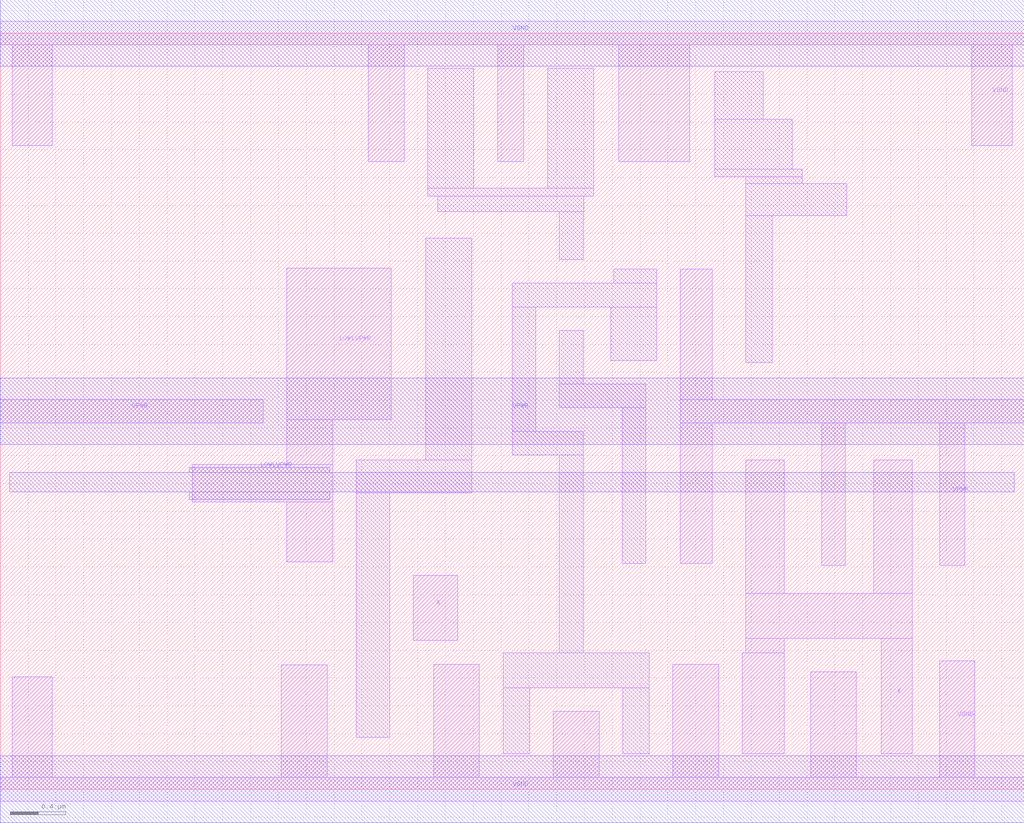
<source format=lef>
# Copyright 2020 The SkyWater PDK Authors
#
# Licensed under the Apache License, Version 2.0 (the "License");
# you may not use this file except in compliance with the License.
# You may obtain a copy of the License at
#
#     https://www.apache.org/licenses/LICENSE-2.0
#
# Unless required by applicable law or agreed to in writing, software
# distributed under the License is distributed on an "AS IS" BASIS,
# WITHOUT WARRANTIES OR CONDITIONS OF ANY KIND, either express or implied.
# See the License for the specific language governing permissions and
# limitations under the License.
#
# SPDX-License-Identifier: Apache-2.0

VERSION 5.5 ;
NAMESCASESENSITIVE ON ;
BUSBITCHARS "[]" ;
DIVIDERCHAR "/" ;
MACRO sky130_fd_sc_hd__lpflow_lsbuf_lh_isowell_tap_4
  CLASS CORE WELLTAP ;
  SOURCE USER ;
  ORIGIN  0.000000  0.000000 ;
  SIZE  7.360000 BY  5.440000 ;
  SYMMETRY X Y R90 ;
  SITE unithd ;
  PIN A
    ANTENNAGATEAREA  0.603000 ;
    DIRECTION INPUT ;
    USE SIGNAL ;
    PORT
      LAYER li1 ;
        RECT 2.970000 1.070000 3.290000 1.540000 ;
    END
  END A
  PIN X
    ANTENNADIFFAREA  1.072500 ;
    DIRECTION OUTPUT ;
    USE SIGNAL ;
    PORT
      LAYER li1 ;
        RECT 5.335000 0.255000 5.635000 0.980000 ;
        RECT 5.360000 0.980000 5.635000 1.085000 ;
        RECT 5.360000 1.085000 6.555000 1.410000 ;
        RECT 5.360000 1.410000 5.635000 2.370000 ;
        RECT 6.280000 1.410000 6.555000 2.370000 ;
        RECT 6.335000 0.255000 6.555000 1.085000 ;
    END
  END X
  PIN LOWLVPWR
    DIRECTION INOUT ;
    SHAPE ABUTMENT ;
    USE POWER ;
    PORT
      LAYER li1 ;
        RECT 1.380000 2.065000 2.390000 2.335000 ;
        RECT 2.060000 1.635000 2.390000 2.065000 ;
        RECT 2.060000 2.335000 2.390000 2.660000 ;
        RECT 2.060000 2.660000 2.810000 3.750000 ;
    END
    PORT
      LAYER met1 ;
        RECT 0.070000 2.140000 7.290000 2.280000 ;
        RECT 1.360000 2.085000 2.370000 2.140000 ;
        RECT 1.360000 2.280000 2.370000 2.315000 ;
    END
  END LOWLVPWR
  PIN VGND
    DIRECTION INOUT ;
    SHAPE ABUTMENT ;
    USE GROUND ;
    PORT
      LAYER li1 ;
        RECT 0.000000 -0.085000 7.360000 0.085000 ;
        RECT 0.085000  0.085000 0.375000 0.810000 ;
        RECT 2.020000  0.085000 2.350000 0.895000 ;
        RECT 3.115000  0.085000 3.445000 0.900000 ;
        RECT 3.975000  0.085000 4.305000 0.560000 ;
        RECT 4.835000  0.085000 5.165000 0.900000 ;
        RECT 5.825000  0.085000 6.155000 0.845000 ;
        RECT 6.755000  0.085000 7.005000 0.925000 ;
    END
    PORT
      LAYER li1 ;
        RECT 0.000000 5.355000 7.360000 5.525000 ;
        RECT 0.085000 4.630000 0.375000 5.355000 ;
        RECT 2.645000 4.515000 2.905000 5.355000 ;
        RECT 3.575000 4.515000 3.765000 5.355000 ;
        RECT 4.445000 4.515000 4.955000 5.355000 ;
        RECT 6.985000 4.630000 7.275000 5.355000 ;
    END
    PORT
      LAYER met1 ;
        RECT 0.000000 -0.240000 7.360000 0.240000 ;
    END
    PORT
      LAYER met1 ;
        RECT 0.000000 5.200000 7.360000 5.680000 ;
    END
  END VGND
  PIN VPWR
    DIRECTION INOUT ;
    SHAPE ABUTMENT ;
    USE POWER ;
    PORT
      LAYER li1 ;
        RECT 0.000000 2.635000 1.890000 2.805000 ;
    END
    PORT
      LAYER li1 ;
        RECT 4.890000 1.625000 5.120000 2.635000 ;
        RECT 4.890000 2.635000 7.360000 2.805000 ;
        RECT 4.890000 2.805000 5.120000 3.740000 ;
        RECT 5.905000 1.610000 6.075000 2.635000 ;
        RECT 6.755000 1.610000 6.935000 2.635000 ;
    END
    PORT
      LAYER met1 ;
        RECT 0.000000 2.480000 7.360000 2.960000 ;
    END
  END VPWR
  OBS
    LAYER li1 ;
      RECT 2.560000 0.375000 2.800000 2.130000 ;
      RECT 2.560000 2.130000 3.390000 2.370000 ;
      RECT 3.060000 2.370000 3.390000 3.965000 ;
      RECT 3.075000 4.265000 4.265000 4.325000 ;
      RECT 3.075000 4.325000 3.405000 5.185000 ;
      RECT 3.145000 4.155000 4.195000 4.265000 ;
      RECT 3.615000 0.255000 3.805000 0.730000 ;
      RECT 3.615000 0.730000 4.665000 0.980000 ;
      RECT 3.680000 2.405000 4.190000 2.575000 ;
      RECT 3.680000 2.575000 3.850000 3.470000 ;
      RECT 3.680000 3.470000 4.720000 3.640000 ;
      RECT 3.935000 4.325000 4.265000 5.185000 ;
      RECT 4.020000 0.980000 4.190000 2.405000 ;
      RECT 4.020000 2.745000 4.640000 2.915000 ;
      RECT 4.020000 2.915000 4.190000 3.300000 ;
      RECT 4.020000 3.810000 4.190000 4.155000 ;
      RECT 4.390000 3.085000 4.720000 3.470000 ;
      RECT 4.410000 3.640000 4.720000 3.740000 ;
      RECT 4.470000 1.625000 4.640000 2.745000 ;
      RECT 4.475000 0.255000 4.665000 0.730000 ;
      RECT 5.135000 4.405000 5.765000 4.460000 ;
      RECT 5.135000 4.460000 5.695000 4.820000 ;
      RECT 5.135000 4.820000 5.485000 5.160000 ;
      RECT 5.360000 3.070000 5.550000 4.125000 ;
      RECT 5.360000 4.125000 6.085000 4.355000 ;
      RECT 5.360000 4.355000 5.765000 4.405000 ;
  END
END sky130_fd_sc_hd__lpflow_lsbuf_lh_isowell_tap_4
END LIBRARY

</source>
